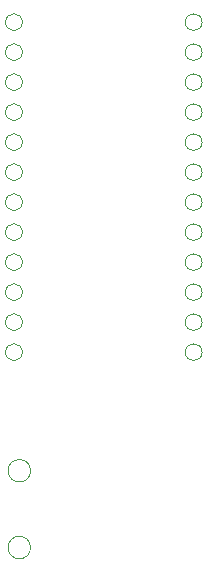
<source format=gbr>
G04 #@! TF.GenerationSoftware,KiCad,Pcbnew,(5.1.9)-1*
G04 #@! TF.CreationDate,2021-03-06T18:05:25-05:00*
G04 #@! TF.ProjectId,ya36,79613336-2e6b-4696-9361-645f70636258,rev?*
G04 #@! TF.SameCoordinates,Original*
G04 #@! TF.FileFunction,Legend,Top*
G04 #@! TF.FilePolarity,Positive*
%FSLAX46Y46*%
G04 Gerber Fmt 4.6, Leading zero omitted, Abs format (unit mm)*
G04 Created by KiCad (PCBNEW (5.1.9)-1) date 2021-03-06 18:05:25*
%MOMM*%
%LPD*%
G01*
G04 APERTURE LIST*
%ADD10C,0.100000*%
%ADD11C,0.150000*%
G04 APERTURE END LIST*
D10*
X156800000Y-93250000D02*
G75*
G03*
X156800000Y-93250000I-950000J0D01*
G01*
X156800000Y-99750000D02*
G75*
G03*
X156800000Y-99750000I-950000J0D01*
G01*
X156103400Y-55272000D02*
G75*
G03*
X156103400Y-55272000I-712000J0D01*
G01*
X156103400Y-57812000D02*
G75*
G03*
X156103400Y-57812000I-712000J0D01*
G01*
X156103400Y-60352000D02*
G75*
G03*
X156103400Y-60352000I-712000J0D01*
G01*
X156103400Y-62892000D02*
G75*
G03*
X156103400Y-62892000I-712000J0D01*
G01*
X156103400Y-65432000D02*
G75*
G03*
X156103400Y-65432000I-712000J0D01*
G01*
X156103400Y-67972000D02*
G75*
G03*
X156103400Y-67972000I-712000J0D01*
G01*
X156103400Y-70512000D02*
G75*
G03*
X156103400Y-70512000I-712000J0D01*
G01*
X156103400Y-73052000D02*
G75*
G03*
X156103400Y-73052000I-712000J0D01*
G01*
X156103400Y-75592000D02*
G75*
G03*
X156103400Y-75592000I-712000J0D01*
G01*
X156103400Y-78132000D02*
G75*
G03*
X156103400Y-78132000I-712000J0D01*
G01*
X156103400Y-80672000D02*
G75*
G03*
X156103400Y-80672000I-712000J0D01*
G01*
X156103400Y-83212000D02*
G75*
G03*
X156103400Y-83212000I-712000J0D01*
G01*
X171323400Y-83212000D02*
G75*
G03*
X171323400Y-83212000I-712000J0D01*
G01*
X171323400Y-80672000D02*
G75*
G03*
X171323400Y-80672000I-712000J0D01*
G01*
X171323400Y-78132000D02*
G75*
G03*
X171323400Y-78132000I-712000J0D01*
G01*
X171323400Y-75592000D02*
G75*
G03*
X171323400Y-75592000I-712000J0D01*
G01*
X171323400Y-73052000D02*
G75*
G03*
X171323400Y-73052000I-712000J0D01*
G01*
X171323400Y-70512000D02*
G75*
G03*
X171323400Y-70512000I-712000J0D01*
G01*
X171323400Y-67972000D02*
G75*
G03*
X171323400Y-67972000I-712000J0D01*
G01*
X171323400Y-65432000D02*
G75*
G03*
X171323400Y-65432000I-712000J0D01*
G01*
X171323400Y-62892000D02*
G75*
G03*
X171323400Y-62892000I-712000J0D01*
G01*
X171323400Y-60352000D02*
G75*
G03*
X171323400Y-60352000I-712000J0D01*
G01*
X171323400Y-57812000D02*
G75*
G03*
X171323400Y-57812000I-712000J0D01*
G01*
X171323400Y-55272000D02*
G75*
G03*
X171323400Y-55272000I-712000J0D01*
G01*
D11*
M02*

</source>
